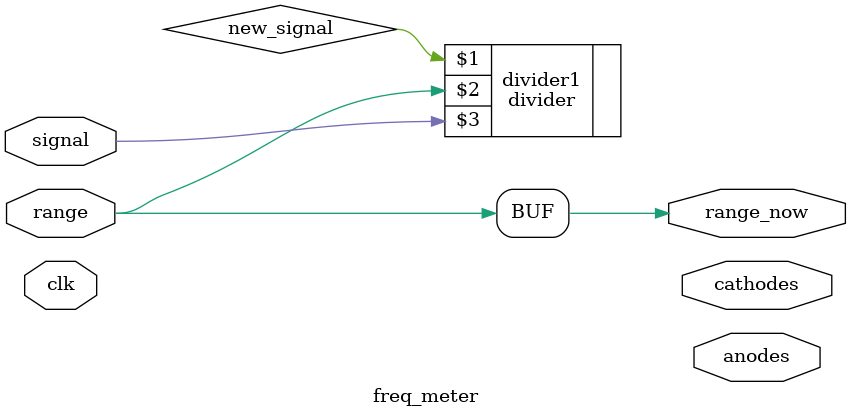
<source format=v>
module freq_meter
(
    anodes,  // Anodes of LED
    cathodes,  // Cathodes of LED
    range_now,
    signal,
    range,  // 1 for a wider range.
    clk
);

output [3:0] anodes;
output [7:0] cathodes;
output range_now = range;

input signal, range, clk;

wire new_signal;

divider divider1(new_signal, range, signal);



endmodule

</source>
